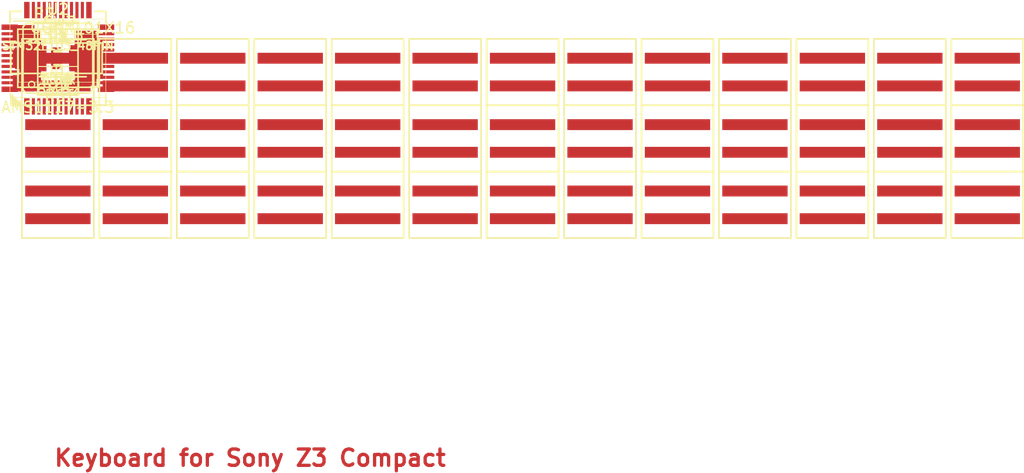
<source format=kicad_pcb>
(kicad_pcb (version 3) (host pcbnew "(22-Jun-2014 BZR 4027)-stable")

  (general
    (links 36)
    (no_connects 25)
    (area 0 0 0 0)
    (thickness 1.6)
    (drawings 1)
    (tracks 0)
    (zones 0)
    (modules 15)
    (nets 25)
  )

  (page A3)
  (layers
    (15 F.Cu signal)
    (0 B.Cu signal)
    (16 B.Adhes user)
    (17 F.Adhes user)
    (18 B.Paste user)
    (19 F.Paste user)
    (20 B.SilkS user)
    (21 F.SilkS user)
    (22 B.Mask user)
    (23 F.Mask user)
    (24 Dwgs.User user)
    (25 Cmts.User user)
    (26 Eco1.User user)
    (27 Eco2.User user)
    (28 Edge.Cuts user)
  )

  (setup
    (last_trace_width 0.18)
    (trace_clearance 0.18)
    (zone_clearance 0.18)
    (zone_45_only no)
    (trace_min 0.18)
    (segment_width 0.2)
    (edge_width 0.15)
    (via_size 0.6)
    (via_drill 0.4)
    (via_min_size 0.6)
    (via_min_drill 0.4)
    (uvia_size 0.6)
    (uvia_drill 0.4)
    (uvias_allowed no)
    (uvia_min_size 0.6)
    (uvia_min_drill 0.4)
    (pcb_text_width 0.3)
    (pcb_text_size 1.5 1.5)
    (mod_edge_width 0.15)
    (mod_text_size 1.5 1.5)
    (mod_text_width 0.15)
    (pad_size 2 1)
    (pad_drill 0)
    (pad_to_mask_clearance 0.2)
    (aux_axis_origin 0 0)
    (visible_elements FFFFFFBF)
    (pcbplotparams
      (layerselection 536838145)
      (usegerberextensions true)
      (excludeedgelayer true)
      (linewidth 0.100000)
      (plotframeref false)
      (viasonmask false)
      (mode 1)
      (useauxorigin false)
      (hpglpennumber 1)
      (hpglpenspeed 20)
      (hpglpendiameter 15)
      (hpglpenoverlay 2)
      (psnegative false)
      (psa4output false)
      (plotreference true)
      (plotvalue true)
      (plotothertext true)
      (plotinvisibletext false)
      (padsonsilk false)
      (subtractmaskfromsilk false)
      (outputformat 1)
      (mirror false)
      (drillshape 0)
      (scaleselection 1)
      (outputdirectory gerber_20180503))
  )

  (net 0 "")
  (net 1 +3V3)
  (net 2 +5V)
  (net 3 C1)
  (net 4 C10)
  (net 5 C11)
  (net 6 C12)
  (net 7 C13)
  (net 8 C2)
  (net 9 C3)
  (net 10 C4)
  (net 11 C5)
  (net 12 C6)
  (net 13 C7)
  (net 14 C8)
  (net 15 C9)
  (net 16 GND)
  (net 17 R1)
  (net 18 R2)
  (net 19 R3)
  (net 20 RST)
  (net 21 SWCLK)
  (net 22 USB_DP)
  (net 23 X1)
  (net 24 X2)

  (net_class Default "This is the default net class."
    (clearance 0.18)
    (trace_width 0.18)
    (via_dia 0.6)
    (via_drill 0.4)
    (uvia_dia 0.6)
    (uvia_drill 0.4)
    (add_net "")
    (add_net +3V3)
    (add_net +5V)
    (add_net C1)
    (add_net C10)
    (add_net C11)
    (add_net C12)
    (add_net C13)
    (add_net C2)
    (add_net C3)
    (add_net C4)
    (add_net C5)
    (add_net C6)
    (add_net C7)
    (add_net C8)
    (add_net C9)
    (add_net GND)
    (add_net R1)
    (add_net R2)
    (add_net R3)
    (add_net RST)
    (add_net SWCLK)
    (add_net USB_DP)
    (add_net X1)
    (add_net X2)
  )

  (module MyFT_USB_Mini_B_PIN_ONLY (layer F.Cu) (tedit 5A3775E9) (tstamp 5B338066)
    (at 309.372 240.792)
    (descr "USB Mini-B 5-pin SMD connector")
    (tags "USB USB_B USB_Mini connector")
    (path /5A24FF7B)
    (attr smd)
    (fp_text reference J1 (at 0.254 2.286) (layer F.SilkS)
      (effects (font (size 1 1) (thickness 0.15)))
    )
    (fp_text value USB_B (at 0 -2.159) (layer F.SilkS)
      (effects (font (size 1 1) (thickness 0.15)))
    )
    (fp_line (start -4.318 -1.397) (end 4.064 -1.397) (layer F.SilkS) (width 0.15))
    (fp_line (start 4.064 -1.397) (end 4.064 1.397) (layer F.SilkS) (width 0.15))
    (fp_line (start 4.064 1.397) (end -4.318 1.397) (layer F.SilkS) (width 0.15))
    (fp_line (start -4.318 1.397) (end -4.318 -1.397) (layer F.SilkS) (width 0.15))
    (pad 1 smd rect (at -3.429 0 90) (size 2 1)
      (layers F.Cu F.Paste F.Mask)
      (net 2 +5V)
    )
    (pad 2 smd rect (at -1.778 0 90) (size 2 1)
      (layers F.Cu F.Paste F.Mask)
    )
    (pad 3 smd rect (at -0.127 0 90) (size 2 1)
      (layers F.Cu F.Paste F.Mask)
      (net 22 USB_DP)
    )
    (pad 4 smd rect (at 1.524 0 90) (size 2 1)
      (layers F.Cu F.Paste F.Mask)
      (net 16 GND)
    )
    (pad 5 smd rect (at 3.175 0 90) (size 2 1)
      (layers F.Cu F.Paste F.Mask)
      (net 16 GND)
    )
  )

  (module MyFT_SOT-223 (layer F.Cu) (tedit 583F3B4E) (tstamp 5B33807A)
    (at 309.372 240.792)
    (descr "module CMS SOT223 4 pins")
    (tags "CMS SOT")
    (path /5A25AF73)
    (attr smd)
    (fp_text reference U2 (at 0 -4.5) (layer F.SilkS)
      (effects (font (size 1 1) (thickness 0.15)))
    )
    (fp_text value AMS1117-3.3 (at 0 4.5) (layer F.SilkS)
      (effects (font (size 1 1) (thickness 0.15)))
    )
    (fp_line (start 1.91 3.41) (end 1.91 2.15) (layer F.SilkS) (width 0.12))
    (fp_line (start 1.91 -3.41) (end 1.91 -2.15) (layer F.SilkS) (width 0.12))
    (fp_line (start 4.4 -3.6) (end -4.4 -3.6) (layer F.SilkS) (width 0.05))
    (fp_line (start 4.4 3.6) (end 4.4 -3.6) (layer F.SilkS) (width 0.05))
    (fp_line (start -4.4 3.6) (end 4.4 3.6) (layer F.SilkS) (width 0.05))
    (fp_line (start -4.4 -3.6) (end -4.4 3.6) (layer F.SilkS) (width 0.05))
    (fp_line (start -1.85 -3.35) (end -1.85 3.35) (layer F.SilkS) (width 0.15))
    (fp_line (start -1.85 3.41) (end 1.91 3.41) (layer F.SilkS) (width 0.12))
    (fp_line (start -1.85 -3.35) (end 1.85 -3.35) (layer F.SilkS) (width 0.15))
    (fp_line (start -4.1 -3.41) (end 1.91 -3.41) (layer F.SilkS) (width 0.12))
    (fp_line (start -1.85 3.35) (end 1.85 3.35) (layer F.SilkS) (width 0.15))
    (fp_line (start 1.85 -3.35) (end 1.85 3.35) (layer F.SilkS) (width 0.15))
    (pad 4 smd rect (at 3.15 0) (size 2 3.8)
      (layers F.Cu F.Paste F.Mask)
    )
    (pad 2 smd rect (at -3.15 0) (size 2 1.5)
      (layers F.Cu F.Paste F.Mask)
      (net 1 +3V3)
    )
    (pad 3 smd rect (at -3.15 2.3) (size 2 1.5)
      (layers F.Cu F.Paste F.Mask)
      (net 2 +5V)
    )
    (pad 1 smd rect (at -3.15 -2.3) (size 2 1.5)
      (layers F.Cu F.Paste F.Mask)
      (net 16 GND)
    )
    (model TO_SOT_Packages_SMD.3dshapes/SOT-223.wrl
      (at (xyz 0 0 0))
      (scale (xyz 0.4 0.4 0.4))
      (rotate (xyz 0 0 90))
    )
  )

  (module MyFT_R_0603 (layer F.Cu) (tedit 541A9B4D) (tstamp 5B338086)
    (at 309.372 240.792)
    (descr "C 0603 Hand Soldering")
    (tags 0603)
    (path /5A24FAC4)
    (attr smd)
    (fp_text reference R1 (at 0 -1.9) (layer F.SilkS)
      (effects (font (size 1 1) (thickness 0.15)))
    )
    (fp_text value 10K (at 0 1.9) (layer F.SilkS)
      (effects (font (size 1 1) (thickness 0.15)))
    )
    (fp_line (start -1.85 -0.75) (end 1.85 -0.75) (layer F.SilkS) (width 0.05))
    (fp_line (start -1.85 0.75) (end 1.85 0.75) (layer F.SilkS) (width 0.05))
    (fp_line (start -1.85 -0.75) (end -1.85 0.75) (layer F.SilkS) (width 0.05))
    (fp_line (start 1.85 -0.75) (end 1.85 0.75) (layer F.SilkS) (width 0.05))
    (fp_line (start -0.35 -0.6) (end 0.35 -0.6) (layer F.SilkS) (width 0.15))
    (fp_line (start 0.35 0.6) (end -0.35 0.6) (layer F.SilkS) (width 0.15))
    (pad 1 smd rect (at -0.95 0) (size 1.2 0.75)
      (layers F.Cu F.Paste F.Mask)
      (net 1 +3V3)
    )
    (pad 2 smd rect (at 0.95 0) (size 1.2 0.75)
      (layers F.Cu F.Paste F.Mask)
      (net 20 RST)
    )
    (model Capacitors_SMD.3dshapes/C_0603_HandSoldering.wrl
      (at (xyz 0 0 0))
      (scale (xyz 1 1 1))
      (rotate (xyz 0 0 0))
    )
  )

  (module MyFT_R_0603 (layer F.Cu) (tedit 541A9B4D) (tstamp 5B338092)
    (at 309.372 240.792)
    (descr "C 0603 Hand Soldering")
    (tags 0603)
    (path /5A3A2831)
    (attr smd)
    (fp_text reference R2 (at 0 -1.9) (layer F.SilkS)
      (effects (font (size 1 1) (thickness 0.15)))
    )
    (fp_text value 1.5K (at 0 1.9) (layer F.SilkS)
      (effects (font (size 1 1) (thickness 0.15)))
    )
    (fp_line (start -1.85 -0.75) (end 1.85 -0.75) (layer F.SilkS) (width 0.05))
    (fp_line (start -1.85 0.75) (end 1.85 0.75) (layer F.SilkS) (width 0.05))
    (fp_line (start -1.85 -0.75) (end -1.85 0.75) (layer F.SilkS) (width 0.05))
    (fp_line (start 1.85 -0.75) (end 1.85 0.75) (layer F.SilkS) (width 0.05))
    (fp_line (start -0.35 -0.6) (end 0.35 -0.6) (layer F.SilkS) (width 0.15))
    (fp_line (start 0.35 0.6) (end -0.35 0.6) (layer F.SilkS) (width 0.15))
    (pad 1 smd rect (at -0.95 0) (size 1.2 0.75)
      (layers F.Cu F.Paste F.Mask)
      (net 2 +5V)
    )
    (pad 2 smd rect (at 0.95 0) (size 1.2 0.75)
      (layers F.Cu F.Paste F.Mask)
      (net 22 USB_DP)
    )
    (model Capacitors_SMD.3dshapes/C_0603_HandSoldering.wrl
      (at (xyz 0 0 0))
      (scale (xyz 1 1 1))
      (rotate (xyz 0 0 0))
    )
  )

  (module MyFT_N900_Keyboard (layer F.Cu) (tedit 5B22448E) (tstamp 5B338180)
    (at 309.372 240.792)
    (descr "N900 Keyboard")
    (tags "N900 Keyboard")
    (path /5B337D72)
    (fp_text reference P2 (at -1.27 -4.064) (layer F.SilkS)
      (effects (font (size 1 1) (thickness 0.15)))
    )
    (fp_text value CONN_01X16 (at 2.286 -2.794) (layer F.SilkS)
      (effects (font (size 1 1) (thickness 0.15)))
    )
    (fp_line (start -3.302 4.318) (end -3.302 10.414) (layer F.SilkS) (width 0.15))
    (fp_line (start 3.302 4.318) (end 3.302 10.414) (layer F.SilkS) (width 0.15))
    (fp_line (start -3.302 4.318) (end 3.302 4.318) (layer F.SilkS) (width 0.15))
    (fp_line (start -3.302 10.414) (end 3.302 10.414) (layer F.SilkS) (width 0.15))
    (fp_line (start 3.81 10.414) (end 10.414 10.414) (layer F.SilkS) (width 0.15))
    (fp_line (start 3.81 4.318) (end 10.414 4.318) (layer F.SilkS) (width 0.15))
    (fp_line (start 10.414 4.318) (end 10.414 10.414) (layer F.SilkS) (width 0.15))
    (fp_line (start 3.81 4.318) (end 3.81 10.414) (layer F.SilkS) (width 0.15))
    (fp_line (start 18.034 4.318) (end 18.034 10.414) (layer F.SilkS) (width 0.15))
    (fp_line (start 24.638 4.318) (end 24.638 10.414) (layer F.SilkS) (width 0.15))
    (fp_line (start 18.034 4.318) (end 24.638 4.318) (layer F.SilkS) (width 0.15))
    (fp_line (start 18.034 10.414) (end 24.638 10.414) (layer F.SilkS) (width 0.15))
    (fp_line (start 10.922 10.414) (end 17.526 10.414) (layer F.SilkS) (width 0.15))
    (fp_line (start 10.922 4.318) (end 17.526 4.318) (layer F.SilkS) (width 0.15))
    (fp_line (start 17.526 4.318) (end 17.526 10.414) (layer F.SilkS) (width 0.15))
    (fp_line (start 10.922 4.318) (end 10.922 10.414) (layer F.SilkS) (width 0.15))
    (fp_line (start 39.37 4.318) (end 39.37 10.414) (layer F.SilkS) (width 0.15))
    (fp_line (start 45.974 4.318) (end 45.974 10.414) (layer F.SilkS) (width 0.15))
    (fp_line (start 39.37 4.318) (end 45.974 4.318) (layer F.SilkS) (width 0.15))
    (fp_line (start 39.37 10.414) (end 45.974 10.414) (layer F.SilkS) (width 0.15))
    (fp_line (start 46.482 10.414) (end 53.086 10.414) (layer F.SilkS) (width 0.15))
    (fp_line (start 46.482 4.318) (end 53.086 4.318) (layer F.SilkS) (width 0.15))
    (fp_line (start 53.086 4.318) (end 53.086 10.414) (layer F.SilkS) (width 0.15))
    (fp_line (start 46.482 4.318) (end 46.482 10.414) (layer F.SilkS) (width 0.15))
    (fp_line (start 32.258 4.318) (end 32.258 10.414) (layer F.SilkS) (width 0.15))
    (fp_line (start 38.862 4.318) (end 38.862 10.414) (layer F.SilkS) (width 0.15))
    (fp_line (start 32.258 4.318) (end 38.862 4.318) (layer F.SilkS) (width 0.15))
    (fp_line (start 32.258 10.414) (end 38.862 10.414) (layer F.SilkS) (width 0.15))
    (fp_line (start 25.146 10.414) (end 31.75 10.414) (layer F.SilkS) (width 0.15))
    (fp_line (start 25.146 4.318) (end 31.75 4.318) (layer F.SilkS) (width 0.15))
    (fp_line (start 31.75 4.318) (end 31.75 10.414) (layer F.SilkS) (width 0.15))
    (fp_line (start 25.146 4.318) (end 25.146 10.414) (layer F.SilkS) (width 0.15))
    (fp_line (start 60.706 4.318) (end 60.706 10.414) (layer F.SilkS) (width 0.15))
    (fp_line (start 67.31 4.318) (end 67.31 10.414) (layer F.SilkS) (width 0.15))
    (fp_line (start 60.706 4.318) (end 67.31 4.318) (layer F.SilkS) (width 0.15))
    (fp_line (start 60.706 10.414) (end 67.31 10.414) (layer F.SilkS) (width 0.15))
    (fp_line (start 67.818 10.414) (end 74.422 10.414) (layer F.SilkS) (width 0.15))
    (fp_line (start 67.818 4.318) (end 74.422 4.318) (layer F.SilkS) (width 0.15))
    (fp_line (start 74.422 4.318) (end 74.422 10.414) (layer F.SilkS) (width 0.15))
    (fp_line (start 67.818 4.318) (end 67.818 10.414) (layer F.SilkS) (width 0.15))
    (fp_line (start 82.042 4.318) (end 82.042 10.414) (layer F.SilkS) (width 0.15))
    (fp_line (start 88.646 4.318) (end 88.646 10.414) (layer F.SilkS) (width 0.15))
    (fp_line (start 82.042 4.318) (end 88.646 4.318) (layer F.SilkS) (width 0.15))
    (fp_line (start 82.042 10.414) (end 88.646 10.414) (layer F.SilkS) (width 0.15))
    (fp_line (start 74.93 10.414) (end 81.534 10.414) (layer F.SilkS) (width 0.15))
    (fp_line (start 74.93 4.318) (end 81.534 4.318) (layer F.SilkS) (width 0.15))
    (fp_line (start 81.534 4.318) (end 81.534 10.414) (layer F.SilkS) (width 0.15))
    (fp_line (start 74.93 4.318) (end 74.93 10.414) (layer F.SilkS) (width 0.15))
    (fp_line (start 53.594 10.414) (end 60.198 10.414) (layer F.SilkS) (width 0.15))
    (fp_line (start 53.594 4.318) (end 60.198 4.318) (layer F.SilkS) (width 0.15))
    (fp_line (start 60.198 4.318) (end 60.198 10.414) (layer F.SilkS) (width 0.15))
    (fp_line (start 53.594 4.318) (end 53.594 10.414) (layer F.SilkS) (width 0.15))
    (fp_line (start -3.302 10.414) (end -3.302 16.51) (layer F.SilkS) (width 0.15))
    (fp_line (start 3.302 10.414) (end 3.302 16.51) (layer F.SilkS) (width 0.15))
    (fp_line (start -3.302 10.414) (end 3.302 10.414) (layer F.SilkS) (width 0.15))
    (fp_line (start -3.302 16.51) (end 3.302 16.51) (layer F.SilkS) (width 0.15))
    (fp_line (start 3.81 16.51) (end 10.414 16.51) (layer F.SilkS) (width 0.15))
    (fp_line (start 3.81 10.414) (end 10.414 10.414) (layer F.SilkS) (width 0.15))
    (fp_line (start 10.414 10.414) (end 10.414 16.51) (layer F.SilkS) (width 0.15))
    (fp_line (start 3.81 10.414) (end 3.81 16.51) (layer F.SilkS) (width 0.15))
    (fp_line (start 18.034 10.414) (end 18.034 16.51) (layer F.SilkS) (width 0.15))
    (fp_line (start 24.638 10.414) (end 24.638 16.51) (layer F.SilkS) (width 0.15))
    (fp_line (start 18.034 10.414) (end 24.638 10.414) (layer F.SilkS) (width 0.15))
    (fp_line (start 18.034 16.51) (end 24.638 16.51) (layer F.SilkS) (width 0.15))
    (fp_line (start 10.922 16.51) (end 17.526 16.51) (layer F.SilkS) (width 0.15))
    (fp_line (start 10.922 10.414) (end 17.526 10.414) (layer F.SilkS) (width 0.15))
    (fp_line (start 17.526 10.414) (end 17.526 16.51) (layer F.SilkS) (width 0.15))
    (fp_line (start 10.922 10.414) (end 10.922 16.51) (layer F.SilkS) (width 0.15))
    (fp_line (start 39.37 10.414) (end 39.37 16.51) (layer F.SilkS) (width 0.15))
    (fp_line (start 45.974 10.414) (end 45.974 16.51) (layer F.SilkS) (width 0.15))
    (fp_line (start 39.37 10.414) (end 45.974 10.414) (layer F.SilkS) (width 0.15))
    (fp_line (start 39.37 16.51) (end 45.974 16.51) (layer F.SilkS) (width 0.15))
    (fp_line (start 46.482 16.51) (end 53.086 16.51) (layer F.SilkS) (width 0.15))
    (fp_line (start 46.482 10.414) (end 53.086 10.414) (layer F.SilkS) (width 0.15))
    (fp_line (start 53.086 10.414) (end 53.086 16.51) (layer F.SilkS) (width 0.15))
    (fp_line (start 46.482 10.414) (end 46.482 16.51) (layer F.SilkS) (width 0.15))
    (fp_line (start 32.258 10.414) (end 32.258 16.51) (layer F.SilkS) (width 0.15))
    (fp_line (start 38.862 10.414) (end 38.862 16.51) (layer F.SilkS) (width 0.15))
    (fp_line (start 32.258 10.414) (end 38.862 10.414) (layer F.SilkS) (width 0.15))
    (fp_line (start 32.258 16.51) (end 38.862 16.51) (layer F.SilkS) (width 0.15))
    (fp_line (start 25.146 16.51) (end 31.75 16.51) (layer F.SilkS) (width 0.15))
    (fp_line (start 25.146 10.414) (end 31.75 10.414) (layer F.SilkS) (width 0.15))
    (fp_line (start 31.75 10.414) (end 31.75 16.51) (layer F.SilkS) (width 0.15))
    (fp_line (start 25.146 10.414) (end 25.146 16.51) (layer F.SilkS) (width 0.15))
    (fp_line (start 60.706 10.414) (end 60.706 16.51) (layer F.SilkS) (width 0.15))
    (fp_line (start 67.31 10.414) (end 67.31 16.51) (layer F.SilkS) (width 0.15))
    (fp_line (start 60.706 10.414) (end 67.31 10.414) (layer F.SilkS) (width 0.15))
    (fp_line (start 60.706 16.51) (end 67.31 16.51) (layer F.SilkS) (width 0.15))
    (fp_line (start 67.818 16.51) (end 74.422 16.51) (layer F.SilkS) (width 0.15))
    (fp_line (start 67.818 10.414) (end 74.422 10.414) (layer F.SilkS) (width 0.15))
    (fp_line (start 74.422 10.414) (end 74.422 16.51) (layer F.SilkS) (width 0.15))
    (fp_line (start 67.818 10.414) (end 67.818 16.51) (layer F.SilkS) (width 0.15))
    (fp_line (start 82.042 10.414) (end 82.042 16.51) (layer F.SilkS) (width 0.15))
    (fp_line (start 88.646 10.414) (end 88.646 16.51) (layer F.SilkS) (width 0.15))
    (fp_line (start 82.042 10.414) (end 88.646 10.414) (layer F.SilkS) (width 0.15))
    (fp_line (start 82.042 16.51) (end 88.646 16.51) (layer F.SilkS) (width 0.15))
    (fp_line (start 74.93 16.51) (end 81.534 16.51) (layer F.SilkS) (width 0.15))
    (fp_line (start 74.93 10.414) (end 81.534 10.414) (layer F.SilkS) (width 0.15))
    (fp_line (start 81.534 10.414) (end 81.534 16.51) (layer F.SilkS) (width 0.15))
    (fp_line (start 74.93 10.414) (end 74.93 16.51) (layer F.SilkS) (width 0.15))
    (fp_line (start 53.594 16.51) (end 60.198 16.51) (layer F.SilkS) (width 0.15))
    (fp_line (start 53.594 10.414) (end 60.198 10.414) (layer F.SilkS) (width 0.15))
    (fp_line (start 60.198 10.414) (end 60.198 16.51) (layer F.SilkS) (width 0.15))
    (fp_line (start 53.594 10.414) (end 53.594 16.51) (layer F.SilkS) (width 0.15))
    (fp_line (start 53.594 -1.778) (end 53.594 4.318) (layer F.SilkS) (width 0.15))
    (fp_line (start 60.198 -1.778) (end 60.198 4.318) (layer F.SilkS) (width 0.15))
    (fp_line (start 53.594 -1.778) (end 60.198 -1.778) (layer F.SilkS) (width 0.15))
    (fp_line (start 53.594 4.318) (end 60.198 4.318) (layer F.SilkS) (width 0.15))
    (fp_line (start 74.93 -1.778) (end 74.93 4.318) (layer F.SilkS) (width 0.15))
    (fp_line (start 81.534 -1.778) (end 81.534 4.318) (layer F.SilkS) (width 0.15))
    (fp_line (start 74.93 -1.778) (end 81.534 -1.778) (layer F.SilkS) (width 0.15))
    (fp_line (start 74.93 4.318) (end 81.534 4.318) (layer F.SilkS) (width 0.15))
    (fp_line (start 82.042 4.318) (end 88.646 4.318) (layer F.SilkS) (width 0.15))
    (fp_line (start 82.042 -1.778) (end 88.646 -1.778) (layer F.SilkS) (width 0.15))
    (fp_line (start 88.646 -1.778) (end 88.646 4.318) (layer F.SilkS) (width 0.15))
    (fp_line (start 82.042 -1.778) (end 82.042 4.318) (layer F.SilkS) (width 0.15))
    (fp_line (start 67.818 -1.778) (end 67.818 4.318) (layer F.SilkS) (width 0.15))
    (fp_line (start 74.422 -1.778) (end 74.422 4.318) (layer F.SilkS) (width 0.15))
    (fp_line (start 67.818 -1.778) (end 74.422 -1.778) (layer F.SilkS) (width 0.15))
    (fp_line (start 67.818 4.318) (end 74.422 4.318) (layer F.SilkS) (width 0.15))
    (fp_line (start 60.706 4.318) (end 67.31 4.318) (layer F.SilkS) (width 0.15))
    (fp_line (start 60.706 -1.778) (end 67.31 -1.778) (layer F.SilkS) (width 0.15))
    (fp_line (start 67.31 -1.778) (end 67.31 4.318) (layer F.SilkS) (width 0.15))
    (fp_line (start 60.706 -1.778) (end 60.706 4.318) (layer F.SilkS) (width 0.15))
    (fp_line (start 25.146 -1.778) (end 25.146 4.318) (layer F.SilkS) (width 0.15))
    (fp_line (start 31.75 -1.778) (end 31.75 4.318) (layer F.SilkS) (width 0.15))
    (fp_line (start 25.146 -1.778) (end 31.75 -1.778) (layer F.SilkS) (width 0.15))
    (fp_line (start 25.146 4.318) (end 31.75 4.318) (layer F.SilkS) (width 0.15))
    (fp_line (start 32.258 4.318) (end 38.862 4.318) (layer F.SilkS) (width 0.15))
    (fp_line (start 32.258 -1.778) (end 38.862 -1.778) (layer F.SilkS) (width 0.15))
    (fp_line (start 38.862 -1.778) (end 38.862 4.318) (layer F.SilkS) (width 0.15))
    (fp_line (start 32.258 -1.778) (end 32.258 4.318) (layer F.SilkS) (width 0.15))
    (fp_line (start 46.482 -1.778) (end 46.482 4.318) (layer F.SilkS) (width 0.15))
    (fp_line (start 53.086 -1.778) (end 53.086 4.318) (layer F.SilkS) (width 0.15))
    (fp_line (start 46.482 -1.778) (end 53.086 -1.778) (layer F.SilkS) (width 0.15))
    (fp_line (start 46.482 4.318) (end 53.086 4.318) (layer F.SilkS) (width 0.15))
    (fp_line (start 39.37 4.318) (end 45.974 4.318) (layer F.SilkS) (width 0.15))
    (fp_line (start 39.37 -1.778) (end 45.974 -1.778) (layer F.SilkS) (width 0.15))
    (fp_line (start 45.974 -1.778) (end 45.974 4.318) (layer F.SilkS) (width 0.15))
    (fp_line (start 39.37 -1.778) (end 39.37 4.318) (layer F.SilkS) (width 0.15))
    (fp_line (start 10.922 -1.778) (end 10.922 4.318) (layer F.SilkS) (width 0.15))
    (fp_line (start 17.526 -1.778) (end 17.526 4.318) (layer F.SilkS) (width 0.15))
    (fp_line (start 10.922 -1.778) (end 17.526 -1.778) (layer F.SilkS) (width 0.15))
    (fp_line (start 10.922 4.318) (end 17.526 4.318) (layer F.SilkS) (width 0.15))
    (fp_line (start 18.034 4.318) (end 24.638 4.318) (layer F.SilkS) (width 0.15))
    (fp_line (start 18.034 -1.778) (end 24.638 -1.778) (layer F.SilkS) (width 0.15))
    (fp_line (start 24.638 -1.778) (end 24.638 4.318) (layer F.SilkS) (width 0.15))
    (fp_line (start 18.034 -1.778) (end 18.034 4.318) (layer F.SilkS) (width 0.15))
    (fp_line (start 3.81 -1.778) (end 3.81 4.318) (layer F.SilkS) (width 0.15))
    (fp_line (start 10.414 -1.778) (end 10.414 4.318) (layer F.SilkS) (width 0.15))
    (fp_line (start 3.81 -1.778) (end 10.414 -1.778) (layer F.SilkS) (width 0.15))
    (fp_line (start 3.81 4.318) (end 10.414 4.318) (layer F.SilkS) (width 0.15))
    (fp_line (start -3.302 4.318) (end 3.302 4.318) (layer F.SilkS) (width 0.15))
    (fp_line (start -3.302 -1.778) (end 3.302 -1.778) (layer F.SilkS) (width 0.15))
    (fp_line (start 3.302 -1.778) (end 3.302 4.318) (layer F.SilkS) (width 0.15))
    (fp_line (start -3.302 -1.778) (end -3.302 4.318) (layer F.SilkS) (width 0.15))
    (pad C1 smd rect (at 0 6.096) (size 6 1)
      (layers F.Cu F.Paste F.Mask)
    )
    (pad R2 smd rect (at 0 8.636) (size 6 1)
      (layers F.Cu F.Paste F.Mask)
    )
    (pad R2 smd rect (at 7.112 8.636) (size 6 1)
      (layers F.Cu F.Paste F.Mask)
    )
    (pad C2 smd rect (at 7.112 6.096) (size 6 1)
      (layers F.Cu F.Paste F.Mask)
    )
    (pad C4 smd rect (at 21.336 6.096) (size 6 1)
      (layers F.Cu F.Paste F.Mask)
    )
    (pad R2 smd rect (at 21.336 8.636) (size 6 1)
      (layers F.Cu F.Paste F.Mask)
    )
    (pad R2 smd rect (at 14.224 8.636) (size 6 1)
      (layers F.Cu F.Paste F.Mask)
    )
    (pad C3 smd rect (at 14.224 6.096) (size 6 1)
      (layers F.Cu F.Paste F.Mask)
    )
    (pad C7 smd rect (at 42.672 6.096) (size 6 1)
      (layers F.Cu F.Paste F.Mask)
    )
    (pad R2 smd rect (at 42.672 8.636) (size 6 1)
      (layers F.Cu F.Paste F.Mask)
    )
    (pad R2 smd rect (at 49.784 8.636) (size 6 1)
      (layers F.Cu F.Paste F.Mask)
    )
    (pad C8 smd rect (at 49.784 6.096) (size 6 1)
      (layers F.Cu F.Paste F.Mask)
    )
    (pad C6 smd rect (at 35.56 6.096) (size 6 1)
      (layers F.Cu F.Paste F.Mask)
    )
    (pad R2 smd rect (at 35.56 8.636) (size 6 1)
      (layers F.Cu F.Paste F.Mask)
    )
    (pad R2 smd rect (at 28.448 8.636) (size 6 1)
      (layers F.Cu F.Paste F.Mask)
    )
    (pad C5 smd rect (at 28.448 6.096) (size 6 1)
      (layers F.Cu F.Paste F.Mask)
    )
    (pad C10 smd rect (at 64.008 6.096) (size 6 1)
      (layers F.Cu F.Paste F.Mask)
    )
    (pad R2 smd rect (at 64.008 8.636) (size 6 1)
      (layers F.Cu F.Paste F.Mask)
    )
    (pad R2 smd rect (at 71.12 8.636) (size 6 1)
      (layers F.Cu F.Paste F.Mask)
    )
    (pad C11 smd rect (at 71.12 6.096) (size 6 1)
      (layers F.Cu F.Paste F.Mask)
    )
    (pad C13 smd rect (at 85.344 6.096) (size 6 1)
      (layers F.Cu F.Paste F.Mask)
    )
    (pad R2 smd rect (at 85.344 8.636) (size 6 1)
      (layers F.Cu F.Paste F.Mask)
    )
    (pad R2 smd rect (at 78.232 8.636) (size 6 1)
      (layers F.Cu F.Paste F.Mask)
    )
    (pad C12 smd rect (at 78.232 6.096) (size 6 1)
      (layers F.Cu F.Paste F.Mask)
    )
    (pad R2 smd rect (at 56.896 8.636) (size 6 1)
      (layers F.Cu F.Paste F.Mask)
    )
    (pad C9 smd rect (at 56.896 6.096) (size 6 1)
      (layers F.Cu F.Paste F.Mask)
    )
    (pad C1 smd rect (at 0 12.192) (size 6 1)
      (layers F.Cu F.Paste F.Mask)
    )
    (pad R3 smd rect (at 0 14.732) (size 6 1)
      (layers F.Cu F.Paste F.Mask)
    )
    (pad R3 smd rect (at 7.112 14.732) (size 6 1)
      (layers F.Cu F.Paste F.Mask)
    )
    (pad C2 smd rect (at 7.112 12.192) (size 6 1)
      (layers F.Cu F.Paste F.Mask)
    )
    (pad C4 smd rect (at 21.336 12.192) (size 6 1)
      (layers F.Cu F.Paste F.Mask)
    )
    (pad R3 smd rect (at 21.336 14.732) (size 6 1)
      (layers F.Cu F.Paste F.Mask)
    )
    (pad R3 smd rect (at 14.224 14.732) (size 6 1)
      (layers F.Cu F.Paste F.Mask)
    )
    (pad C3 smd rect (at 14.224 12.192) (size 6 1)
      (layers F.Cu F.Paste F.Mask)
    )
    (pad C7 smd rect (at 42.672 12.192) (size 6 1)
      (layers F.Cu F.Paste F.Mask)
    )
    (pad R3 smd rect (at 42.672 14.732) (size 6 1)
      (layers F.Cu F.Paste F.Mask)
    )
    (pad R3 smd rect (at 71.12 14.732) (size 6 1)
      (layers F.Cu F.Paste F.Mask)
    )
    (pad C8 smd rect (at 49.784 12.192) (size 6 1)
      (layers F.Cu F.Paste F.Mask)
    )
    (pad C6 smd rect (at 35.56 12.192) (size 6 1)
      (layers F.Cu F.Paste F.Mask)
    )
    (pad R3 smd rect (at 35.56 14.732) (size 6 1)
      (layers F.Cu F.Paste F.Mask)
    )
    (pad R3 smd rect (at 28.448 14.732) (size 6 1)
      (layers F.Cu F.Paste F.Mask)
    )
    (pad C5 smd rect (at 28.448 12.192) (size 6 1)
      (layers F.Cu F.Paste F.Mask)
    )
    (pad C10 smd rect (at 64.008 12.192) (size 6 1)
      (layers F.Cu F.Paste F.Mask)
    )
    (pad R3 smd rect (at 64.008 14.732) (size 6 1)
      (layers F.Cu F.Paste F.Mask)
    )
    (pad R3 smd rect (at 78.232 14.732) (size 6 1)
      (layers F.Cu F.Paste F.Mask)
    )
    (pad C11 smd rect (at 71.12 12.192) (size 6 1)
      (layers F.Cu F.Paste F.Mask)
    )
    (pad C13 smd rect (at 85.344 12.192) (size 6 1)
      (layers F.Cu F.Paste F.Mask)
    )
    (pad R3 smd rect (at 49.784 14.732) (size 6 1)
      (layers F.Cu F.Paste F.Mask)
    )
    (pad R3 smd rect (at 85.344 14.732) (size 6 1)
      (layers F.Cu F.Paste F.Mask)
    )
    (pad C12 smd rect (at 78.232 12.192) (size 6 1)
      (layers F.Cu F.Paste F.Mask)
    )
    (pad R3 smd rect (at 56.896 14.732) (size 6 1)
      (layers F.Cu F.Paste F.Mask)
    )
    (pad C9 smd rect (at 56.896 12.192) (size 6 1)
      (layers F.Cu F.Paste F.Mask)
    )
    (pad C9 smd rect (at 56.896 0) (size 6 1)
      (layers F.Cu F.Paste F.Mask)
    )
    (pad R1 smd rect (at 56.896 2.54) (size 6 1)
      (layers F.Cu F.Paste F.Mask)
    )
    (pad C12 smd rect (at 78.232 0) (size 6 1)
      (layers F.Cu F.Paste F.Mask)
    )
    (pad R1 smd rect (at 78.232 2.54) (size 6 1)
      (layers F.Cu F.Paste F.Mask)
    )
    (pad R1 smd rect (at 85.344 2.54) (size 6 1)
      (layers F.Cu F.Paste F.Mask)
    )
    (pad C13 smd rect (at 85.344 0) (size 6 1)
      (layers F.Cu F.Paste F.Mask)
    )
    (pad C11 smd rect (at 71.12 0) (size 6 1)
      (layers F.Cu F.Paste F.Mask)
    )
    (pad R1 smd rect (at 71.12 2.54) (size 6 1)
      (layers F.Cu F.Paste F.Mask)
    )
    (pad R1 smd rect (at 64.008 2.54) (size 6 1)
      (layers F.Cu F.Paste F.Mask)
    )
    (pad C10 smd rect (at 64.008 0) (size 6 1)
      (layers F.Cu F.Paste F.Mask)
    )
    (pad C5 smd rect (at 28.448 0) (size 6 1)
      (layers F.Cu F.Paste F.Mask)
    )
    (pad R1 smd rect (at 28.448 2.54) (size 6 1)
      (layers F.Cu F.Paste F.Mask)
    )
    (pad R1 smd rect (at 35.56 2.54) (size 6 1)
      (layers F.Cu F.Paste F.Mask)
    )
    (pad C6 smd rect (at 35.56 0) (size 6 1)
      (layers F.Cu F.Paste F.Mask)
    )
    (pad C8 smd rect (at 49.784 0) (size 6 1)
      (layers F.Cu F.Paste F.Mask)
    )
    (pad R1 smd rect (at 49.784 2.54) (size 6 1)
      (layers F.Cu F.Paste F.Mask)
    )
    (pad R1 smd rect (at 42.672 2.54) (size 6 1)
      (layers F.Cu F.Paste F.Mask)
    )
    (pad C7 smd rect (at 42.672 0) (size 6 1)
      (layers F.Cu F.Paste F.Mask)
    )
    (pad C3 smd rect (at 14.224 0) (size 6 1)
      (layers F.Cu F.Paste F.Mask)
    )
    (pad R1 smd rect (at 14.224 2.54) (size 6 1)
      (layers F.Cu F.Paste F.Mask)
    )
    (pad R1 smd rect (at 21.336 2.54) (size 6 1)
      (layers F.Cu F.Paste F.Mask)
    )
    (pad C4 smd rect (at 21.336 0) (size 6 1)
      (layers F.Cu F.Paste F.Mask)
    )
    (pad C2 smd rect (at 7.112 0) (size 6 1)
      (layers F.Cu F.Paste F.Mask)
    )
    (pad R1 smd rect (at 7.112 2.54) (size 6 1)
      (layers F.Cu F.Paste F.Mask)
    )
    (pad R1 smd rect (at 0 2.54) (size 6 1)
      (layers F.Cu F.Paste F.Mask)
    )
    (pad C1 smd rect (at 0 0) (size 6 1)
      (layers F.Cu F.Paste F.Mask)
    )
  )

  (module MyFT_LQFP-48-1EP_7x7mm_Pitch0.5mm (layer F.Cu) (tedit 53AA8928) (tstamp 5B3381CB)
    (at 309.372 240.792)
    (descr "LQFP-48 package, 7x7mm, 0.5mm pitch, according to NXP specifications")
    (path /5A24F5A1)
    (clearance 0.1)
    (attr smd)
    (fp_text reference U1 (at 0 1.143) (layer F.SilkS)
      (effects (font (size 0.7493 0.7493) (thickness 0.14986)))
    )
    (fp_text value STM32F103_48PIN (at 0 -1.143) (layer F.SilkS)
      (effects (font (size 0.7493 0.7493) (thickness 0.14986)))
    )
    (fp_line (start -2.8 3.2) (end -2.9 3.2) (layer F.SilkS) (width 0.15))
    (fp_line (start -2.9 3.2) (end -3.2 2.9) (layer F.SilkS) (width 0.15))
    (fp_line (start -3.2 2.9) (end -3.2 -2.9) (layer F.SilkS) (width 0.15))
    (fp_line (start -3.2 -2.9) (end -2.9 -3.2) (layer F.SilkS) (width 0.15))
    (fp_line (start -2.9 -3.2) (end 2.9 -3.2) (layer F.SilkS) (width 0.15))
    (fp_line (start 2.9 -3.2) (end 3.2 -2.9) (layer F.SilkS) (width 0.15))
    (fp_line (start 3.2 -2.9) (end 3.2 2.9) (layer F.SilkS) (width 0.15))
    (fp_line (start 3.2 2.9) (end 2.9 3.2) (layer F.SilkS) (width 0.15))
    (fp_line (start 2.9 3.2) (end -2.8 3.2) (layer F.SilkS) (width 0.15))
    (fp_line (start -4.29956 4.0989) (end -4.0989 4.29956) (layer F.SilkS) (width 0.14986))
    (fp_line (start -3.90078 4.29956) (end -4.29956 3.90078) (layer F.SilkS) (width 0.14986))
    (fp_line (start -4.29956 3.70012) (end -3.70012 4.29956) (layer F.SilkS) (width 0.14986))
    (fp_line (start -3.49946 4.29956) (end -4.29956 3.49946) (layer F.SilkS) (width 0.14986))
    (fp_line (start -3.2988 4.29956) (end -4.29956 4.29956) (layer F.SilkS) (width 0.14986))
    (fp_line (start -4.29956 4.29956) (end -4.29956 3.2988) (layer F.SilkS) (width 0.14986))
    (fp_line (start -4.29956 3.2988) (end -3.2988 4.29956) (layer F.SilkS) (width 0.14986))
    (fp_line (start 4.39956 3.2988) (end 4.39956 4.29956) (layer F.SilkS) (width 0.14986))
    (fp_line (start 4.39956 4.29956) (end 3.3988 4.29956) (layer F.SilkS) (width 0.14986))
    (fp_line (start 3.3988 -4.29956) (end 4.39956 -4.29956) (layer F.SilkS) (width 0.14986))
    (fp_line (start 4.39956 -4.29956) (end 4.39956 -3.2988) (layer F.SilkS) (width 0.14986))
    (fp_line (start -4.39956 -3.2988) (end -4.39956 -4.29956) (layer F.SilkS) (width 0.14986))
    (fp_line (start -4.39956 -4.29956) (end -3.3988 -4.29956) (layer F.SilkS) (width 0.14986))
    (fp_circle (center -2.413 2.413) (end -2.667 2.54) (layer F.SilkS) (width 0.127))
    (pad 4 smd rect (at -1.25 4.425) (size 0.28 1.5)
      (layers F.Cu F.Paste F.Mask)
    )
    (pad 5 smd rect (at -0.75 4.425) (size 0.28 1.5)
      (layers F.Cu F.Paste F.Mask)
      (net 23 X1)
    )
    (pad 6 smd rect (at -0.25 4.425) (size 0.28 1.5)
      (layers F.Cu F.Paste F.Mask)
      (net 24 X2)
    )
    (pad 7 smd rect (at 0.25 4.425) (size 0.28 1.5)
      (layers F.Cu F.Paste F.Mask)
      (net 20 RST)
    )
    (pad 8 smd rect (at 0.75 4.425) (size 0.28 1.5)
      (layers F.Cu F.Paste F.Mask)
      (net 16 GND)
    )
    (pad 1 smd rect (at -2.85 4.425) (size 0.5 1.5)
      (layers F.Cu F.Paste F.Mask)
    )
    (pad 2 smd rect (at -2.25 4.425) (size 0.28 1.5)
      (layers F.Cu F.Paste F.Mask)
    )
    (pad 3 smd rect (at -1.75 4.425) (size 0.28 1.5)
      (layers F.Cu F.Paste F.Mask)
    )
    (pad 13 smd rect (at 4.425 2.85 90) (size 0.5 1.5)
      (layers F.Cu F.Paste F.Mask)
      (net 10 C4)
    )
    (pad 14 smd rect (at 4.425 2.25 90) (size 0.28 1.5)
      (layers F.Cu F.Paste F.Mask)
      (net 11 C5)
    )
    (pad 15 smd rect (at 4.425 1.75 90) (size 0.28 1.5)
      (layers F.Cu F.Paste F.Mask)
      (net 12 C6)
    )
    (pad 16 smd rect (at 4.425 1.25 90) (size 0.28 1.5)
      (layers F.Cu F.Paste F.Mask)
      (net 13 C7)
    )
    (pad 17 smd rect (at 4.425 0.75 90) (size 0.28 1.5)
      (layers F.Cu F.Paste F.Mask)
      (net 14 C8)
    )
    (pad 18 smd rect (at 4.425 0.25 90) (size 0.28 1.5)
      (layers F.Cu F.Paste F.Mask)
      (net 15 C9)
    )
    (pad 19 smd rect (at 4.425 -0.25 90) (size 0.28 1.5)
      (layers F.Cu F.Paste F.Mask)
      (net 4 C10)
    )
    (pad 20 smd rect (at 4.425 -0.75 90) (size 0.28 1.5)
      (layers F.Cu F.Paste F.Mask)
      (net 5 C11)
    )
    (pad 25 smd rect (at 2.85 -4.425) (size 0.5 1.5)
      (layers F.Cu F.Paste F.Mask)
      (net 17 R1)
    )
    (pad 26 smd rect (at 2.25 -4.425) (size 0.28 1.5)
      (layers F.Cu F.Paste F.Mask)
      (net 18 R2)
    )
    (pad 27 smd rect (at 1.75 -4.425) (size 0.28 1.5)
      (layers F.Cu F.Paste F.Mask)
      (net 19 R3)
    )
    (pad 28 smd rect (at 1.25 -4.425) (size 0.28 1.5)
      (layers F.Cu F.Paste F.Mask)
    )
    (pad 29 smd rect (at 0.75 -4.425) (size 0.28 1.5)
      (layers F.Cu F.Paste F.Mask)
    )
    (pad 30 smd rect (at 0.25 -4.425) (size 0.28 1.5)
      (layers F.Cu F.Paste F.Mask)
    )
    (pad 31 smd rect (at -0.25 -4.425) (size 0.28 1.5)
      (layers F.Cu F.Paste F.Mask)
    )
    (pad 32 smd rect (at -0.75 -4.425) (size 0.28 1.5)
      (layers F.Cu F.Paste F.Mask)
    )
    (pad 37 smd rect (at -4.425 -2.85 90) (size 0.5 1.5)
      (layers F.Cu F.Paste F.Mask)
      (net 21 SWCLK)
    )
    (pad 38 smd rect (at -4.425 -2.25 90) (size 0.28 1.5)
      (layers F.Cu F.Paste F.Mask)
    )
    (pad 39 smd rect (at -4.425 -1.75 90) (size 0.28 1.5)
      (layers F.Cu F.Paste F.Mask)
    )
    (pad 40 smd rect (at -4.425 -1.25 90) (size 0.28 1.5)
      (layers F.Cu F.Paste F.Mask)
    )
    (pad 41 smd rect (at -4.425 -0.75 90) (size 0.28 1.5)
      (layers F.Cu F.Paste F.Mask)
    )
    (pad 42 smd rect (at -4.425 -0.25 90) (size 0.28 1.5)
      (layers F.Cu F.Paste F.Mask)
    )
    (pad 43 smd rect (at -4.425 0.25 90) (size 0.28 1.5)
      (layers F.Cu F.Paste F.Mask)
    )
    (pad 44 smd rect (at -4.425 0.75 90) (size 0.28 1.5)
      (layers F.Cu F.Paste F.Mask)
      (net 16 GND)
    )
    (pad 9 smd rect (at 1.25 4.425) (size 0.28 1.5)
      (layers F.Cu F.Paste F.Mask)
      (net 1 +3V3)
    )
    (pad 10 smd rect (at 1.75 4.425) (size 0.28 1.5)
      (layers F.Cu F.Paste F.Mask)
      (net 3 C1)
    )
    (pad 11 smd rect (at 2.25 4.425) (size 0.28 1.5)
      (layers F.Cu F.Paste F.Mask)
      (net 8 C2)
    )
    (pad 12 smd rect (at 2.85 4.425) (size 0.5 1.5)
      (layers F.Cu F.Paste F.Mask)
      (net 9 C3)
    )
    (pad 21 smd rect (at 4.425 -1.25 90) (size 0.28 1.5)
      (layers F.Cu F.Paste F.Mask)
      (net 6 C12)
    )
    (pad 22 smd rect (at 4.425 -1.75 90) (size 0.28 1.5)
      (layers F.Cu F.Paste F.Mask)
      (net 7 C13)
    )
    (pad 23 smd rect (at 4.425 -2.25 90) (size 0.28 1.5)
      (layers F.Cu F.Paste F.Mask)
      (net 16 GND)
    )
    (pad 24 smd rect (at 4.425 -2.85 90) (size 0.5 1.5)
      (layers F.Cu F.Paste F.Mask)
      (net 1 +3V3)
    )
    (pad 33 smd rect (at -1.25 -4.425) (size 0.28 1.5)
      (layers F.Cu F.Paste F.Mask)
    )
    (pad 34 smd rect (at -1.75 -4.425) (size 0.28 1.5)
      (layers F.Cu F.Paste F.Mask)
    )
    (pad 35 smd rect (at -2.25 -4.425) (size 0.28 1.5)
      (layers F.Cu F.Paste F.Mask)
      (net 16 GND)
    )
    (pad 36 smd rect (at -2.85 -4.425) (size 0.5 1.5)
      (layers F.Cu F.Paste F.Mask)
      (net 1 +3V3)
    )
    (pad 45 smd rect (at -4.425 1.25 90) (size 0.28 1.5)
      (layers F.Cu F.Paste F.Mask)
    )
    (pad 46 smd rect (at -4.425 1.75 90) (size 0.28 1.5)
      (layers F.Cu F.Paste F.Mask)
    )
    (pad 47 smd rect (at -4.425 2.25 90) (size 0.28 1.5)
      (layers F.Cu F.Paste F.Mask)
      (net 16 GND)
    )
    (pad 48 smd rect (at -4.425 2.85 90) (size 0.5 1.5)
      (layers F.Cu F.Paste F.Mask)
      (net 1 +3V3)
    )
    (model smd/smd_lqfp/lqfp-48.wrl
      (at (xyz 0 0 0))
      (scale (xyz 1 1 1))
      (rotate (xyz 0 0 0))
    )
  )

  (module MyFT_Crystal_SMD_5032_2Pads (layer F.Cu) (tedit 56D4CA47) (tstamp 5B3381D7)
    (at 309.372 240.792)
    (descr "Ceramic SMD crystal, 5.0x3.2mm, 2 Pads")
    (tags "crystal oscillator quartz SMD SMT 5032")
    (path /5A24FCB2)
    (attr smd)
    (fp_text reference Y1 (at 0 -2.8) (layer F.SilkS)
      (effects (font (size 1 1) (thickness 0.15)))
    )
    (fp_text value 8MHz (at 0 2.9) (layer F.SilkS)
      (effects (font (size 1 1) (thickness 0.15)))
    )
    (fp_line (start 3.6 2.2) (end 3.6 -2.2) (layer F.SilkS) (width 0.05))
    (fp_line (start -3.6 2.2) (end 3.6 2.2) (layer F.SilkS) (width 0.05))
    (fp_line (start -3.6 -2.2) (end -3.6 2.2) (layer F.SilkS) (width 0.05))
    (fp_line (start 3.6 -2.2) (end -3.6 -2.2) (layer F.SilkS) (width 0.05))
    (fp_line (start 2.6 1.7) (end -1.7 1.7) (layer F.SilkS) (width 0.15))
    (fp_line (start -2.65 -1.7) (end 2.6 -1.7) (layer F.SilkS) (width 0.15))
    (pad 1 smd rect (at -2.05 0) (size 2 2.4)
      (layers F.Cu F.Paste F.Mask)
      (net 24 X2)
    )
    (pad 2 smd rect (at 2.05 0) (size 2 2.4)
      (layers F.Cu F.Paste F.Mask)
      (net 23 X1)
    )
    (model Crystals.3dshapes/Crystal_SMD_5032_2Pads.wrl
      (at (xyz 0 0 0))
      (scale (xyz 0.3937 0.3937 0.3937))
      (rotate (xyz 0 0 0))
    )
  )

  (module MyFT_C_0603 (layer F.Cu) (tedit 541A9B4D) (tstamp 5B3381E3)
    (at 309.372 240.792)
    (descr "0603 Hand Soldering")
    (tags 0603)
    (path /5A24F7A6)
    (attr smd)
    (fp_text reference C1 (at 0 -1.9) (layer F.SilkS)
      (effects (font (size 1 1) (thickness 0.15)))
    )
    (fp_text value 104 (at 0 1.9) (layer F.SilkS)
      (effects (font (size 1 1) (thickness 0.15)))
    )
    (fp_line (start -1.85 -0.75) (end 1.85 -0.75) (layer F.SilkS) (width 0.05))
    (fp_line (start -1.85 0.75) (end 1.85 0.75) (layer F.SilkS) (width 0.05))
    (fp_line (start -1.85 -0.75) (end -1.85 0.75) (layer F.SilkS) (width 0.05))
    (fp_line (start 1.85 -0.75) (end 1.85 0.75) (layer F.SilkS) (width 0.05))
    (fp_line (start -0.35 -0.6) (end 0.35 -0.6) (layer F.SilkS) (width 0.15))
    (fp_line (start 0.35 0.6) (end -0.35 0.6) (layer F.SilkS) (width 0.15))
    (pad 1 smd rect (at -0.95 0) (size 1.2 0.75)
      (layers F.Cu F.Paste F.Mask)
      (net 1 +3V3)
    )
    (pad 2 smd rect (at 0.95 0) (size 1.2 0.75)
      (layers F.Cu F.Paste F.Mask)
      (net 16 GND)
    )
    (model Capacitors_SMD.3dshapes/C_0603_HandSoldering.wrl
      (at (xyz 0 0 0))
      (scale (xyz 1 1 1))
      (rotate (xyz 0 0 0))
    )
  )

  (module MyFT_C_0603 (layer F.Cu) (tedit 541A9B4D) (tstamp 5B3381EF)
    (at 309.372 240.792)
    (descr "0603 Hand Soldering")
    (tags 0603)
    (path /5A24F7D7)
    (attr smd)
    (fp_text reference C2 (at 0 -1.9) (layer F.SilkS)
      (effects (font (size 1 1) (thickness 0.15)))
    )
    (fp_text value 104 (at 0 1.9) (layer F.SilkS)
      (effects (font (size 1 1) (thickness 0.15)))
    )
    (fp_line (start -1.85 -0.75) (end 1.85 -0.75) (layer F.SilkS) (width 0.05))
    (fp_line (start -1.85 0.75) (end 1.85 0.75) (layer F.SilkS) (width 0.05))
    (fp_line (start -1.85 -0.75) (end -1.85 0.75) (layer F.SilkS) (width 0.05))
    (fp_line (start 1.85 -0.75) (end 1.85 0.75) (layer F.SilkS) (width 0.05))
    (fp_line (start -0.35 -0.6) (end 0.35 -0.6) (layer F.SilkS) (width 0.15))
    (fp_line (start 0.35 0.6) (end -0.35 0.6) (layer F.SilkS) (width 0.15))
    (pad 1 smd rect (at -0.95 0) (size 1.2 0.75)
      (layers F.Cu F.Paste F.Mask)
      (net 1 +3V3)
    )
    (pad 2 smd rect (at 0.95 0) (size 1.2 0.75)
      (layers F.Cu F.Paste F.Mask)
      (net 16 GND)
    )
    (model Capacitors_SMD.3dshapes/C_0603_HandSoldering.wrl
      (at (xyz 0 0 0))
      (scale (xyz 1 1 1))
      (rotate (xyz 0 0 0))
    )
  )

  (module MyFT_C_0603 (layer F.Cu) (tedit 541A9B4D) (tstamp 5B3381FB)
    (at 309.372 240.792)
    (descr "0603 Hand Soldering")
    (tags 0603)
    (path /5A24F7F2)
    (attr smd)
    (fp_text reference C3 (at 0 -1.9) (layer F.SilkS)
      (effects (font (size 1 1) (thickness 0.15)))
    )
    (fp_text value 104 (at 0 1.9) (layer F.SilkS)
      (effects (font (size 1 1) (thickness 0.15)))
    )
    (fp_line (start -1.85 -0.75) (end 1.85 -0.75) (layer F.SilkS) (width 0.05))
    (fp_line (start -1.85 0.75) (end 1.85 0.75) (layer F.SilkS) (width 0.05))
    (fp_line (start -1.85 -0.75) (end -1.85 0.75) (layer F.SilkS) (width 0.05))
    (fp_line (start 1.85 -0.75) (end 1.85 0.75) (layer F.SilkS) (width 0.05))
    (fp_line (start -0.35 -0.6) (end 0.35 -0.6) (layer F.SilkS) (width 0.15))
    (fp_line (start 0.35 0.6) (end -0.35 0.6) (layer F.SilkS) (width 0.15))
    (pad 1 smd rect (at -0.95 0) (size 1.2 0.75)
      (layers F.Cu F.Paste F.Mask)
      (net 1 +3V3)
    )
    (pad 2 smd rect (at 0.95 0) (size 1.2 0.75)
      (layers F.Cu F.Paste F.Mask)
      (net 16 GND)
    )
    (model Capacitors_SMD.3dshapes/C_0603_HandSoldering.wrl
      (at (xyz 0 0 0))
      (scale (xyz 1 1 1))
      (rotate (xyz 0 0 0))
    )
  )

  (module MyFT_C_0603 (layer F.Cu) (tedit 541A9B4D) (tstamp 5B338207)
    (at 309.372 240.792)
    (descr "0603 Hand Soldering")
    (tags 0603)
    (path /5A24F80F)
    (attr smd)
    (fp_text reference C4 (at 0 -1.9) (layer F.SilkS)
      (effects (font (size 1 1) (thickness 0.15)))
    )
    (fp_text value 104 (at 0 1.9) (layer F.SilkS)
      (effects (font (size 1 1) (thickness 0.15)))
    )
    (fp_line (start -1.85 -0.75) (end 1.85 -0.75) (layer F.SilkS) (width 0.05))
    (fp_line (start -1.85 0.75) (end 1.85 0.75) (layer F.SilkS) (width 0.05))
    (fp_line (start -1.85 -0.75) (end -1.85 0.75) (layer F.SilkS) (width 0.05))
    (fp_line (start 1.85 -0.75) (end 1.85 0.75) (layer F.SilkS) (width 0.05))
    (fp_line (start -0.35 -0.6) (end 0.35 -0.6) (layer F.SilkS) (width 0.15))
    (fp_line (start 0.35 0.6) (end -0.35 0.6) (layer F.SilkS) (width 0.15))
    (pad 1 smd rect (at -0.95 0) (size 1.2 0.75)
      (layers F.Cu F.Paste F.Mask)
      (net 1 +3V3)
    )
    (pad 2 smd rect (at 0.95 0) (size 1.2 0.75)
      (layers F.Cu F.Paste F.Mask)
      (net 16 GND)
    )
    (model Capacitors_SMD.3dshapes/C_0603_HandSoldering.wrl
      (at (xyz 0 0 0))
      (scale (xyz 1 1 1))
      (rotate (xyz 0 0 0))
    )
  )

  (module MyFT_C_0603 (layer F.Cu) (tedit 541A9B4D) (tstamp 5B338213)
    (at 309.372 240.792)
    (descr "0603 Hand Soldering")
    (tags 0603)
    (path /5A24FA7D)
    (attr smd)
    (fp_text reference C5 (at 0 -1.9) (layer F.SilkS)
      (effects (font (size 1 1) (thickness 0.15)))
    )
    (fp_text value 10uF (at 0 1.9) (layer F.SilkS)
      (effects (font (size 1 1) (thickness 0.15)))
    )
    (fp_line (start -1.85 -0.75) (end 1.85 -0.75) (layer F.SilkS) (width 0.05))
    (fp_line (start -1.85 0.75) (end 1.85 0.75) (layer F.SilkS) (width 0.05))
    (fp_line (start -1.85 -0.75) (end -1.85 0.75) (layer F.SilkS) (width 0.05))
    (fp_line (start 1.85 -0.75) (end 1.85 0.75) (layer F.SilkS) (width 0.05))
    (fp_line (start -0.35 -0.6) (end 0.35 -0.6) (layer F.SilkS) (width 0.15))
    (fp_line (start 0.35 0.6) (end -0.35 0.6) (layer F.SilkS) (width 0.15))
    (pad 1 smd rect (at -0.95 0) (size 1.2 0.75)
      (layers F.Cu F.Paste F.Mask)
      (net 20 RST)
    )
    (pad 2 smd rect (at 0.95 0) (size 1.2 0.75)
      (layers F.Cu F.Paste F.Mask)
      (net 16 GND)
    )
    (model Capacitors_SMD.3dshapes/C_0603_HandSoldering.wrl
      (at (xyz 0 0 0))
      (scale (xyz 1 1 1))
      (rotate (xyz 0 0 0))
    )
  )

  (module MyFT_C_0603 (layer F.Cu) (tedit 541A9B4D) (tstamp 5B33821F)
    (at 309.372 240.792)
    (descr "0603 Hand Soldering")
    (tags 0603)
    (path /5A24FD1F)
    (attr smd)
    (fp_text reference C6 (at 0 -1.9) (layer F.SilkS)
      (effects (font (size 1 1) (thickness 0.15)))
    )
    (fp_text value 10p (at 0 1.9) (layer F.SilkS)
      (effects (font (size 1 1) (thickness 0.15)))
    )
    (fp_line (start -1.85 -0.75) (end 1.85 -0.75) (layer F.SilkS) (width 0.05))
    (fp_line (start -1.85 0.75) (end 1.85 0.75) (layer F.SilkS) (width 0.05))
    (fp_line (start -1.85 -0.75) (end -1.85 0.75) (layer F.SilkS) (width 0.05))
    (fp_line (start 1.85 -0.75) (end 1.85 0.75) (layer F.SilkS) (width 0.05))
    (fp_line (start -0.35 -0.6) (end 0.35 -0.6) (layer F.SilkS) (width 0.15))
    (fp_line (start 0.35 0.6) (end -0.35 0.6) (layer F.SilkS) (width 0.15))
    (pad 1 smd rect (at -0.95 0) (size 1.2 0.75)
      (layers F.Cu F.Paste F.Mask)
      (net 24 X2)
    )
    (pad 2 smd rect (at 0.95 0) (size 1.2 0.75)
      (layers F.Cu F.Paste F.Mask)
      (net 16 GND)
    )
    (model Capacitors_SMD.3dshapes/C_0603_HandSoldering.wrl
      (at (xyz 0 0 0))
      (scale (xyz 1 1 1))
      (rotate (xyz 0 0 0))
    )
  )

  (module MyFT_C_0603 (layer F.Cu) (tedit 541A9B4D) (tstamp 5B33822B)
    (at 309.372 240.792)
    (descr "0603 Hand Soldering")
    (tags 0603)
    (path /5A24FD58)
    (attr smd)
    (fp_text reference C7 (at 0 -1.9) (layer F.SilkS)
      (effects (font (size 1 1) (thickness 0.15)))
    )
    (fp_text value 10p (at 0 1.9) (layer F.SilkS)
      (effects (font (size 1 1) (thickness 0.15)))
    )
    (fp_line (start -1.85 -0.75) (end 1.85 -0.75) (layer F.SilkS) (width 0.05))
    (fp_line (start -1.85 0.75) (end 1.85 0.75) (layer F.SilkS) (width 0.05))
    (fp_line (start -1.85 -0.75) (end -1.85 0.75) (layer F.SilkS) (width 0.05))
    (fp_line (start 1.85 -0.75) (end 1.85 0.75) (layer F.SilkS) (width 0.05))
    (fp_line (start -0.35 -0.6) (end 0.35 -0.6) (layer F.SilkS) (width 0.15))
    (fp_line (start 0.35 0.6) (end -0.35 0.6) (layer F.SilkS) (width 0.15))
    (pad 1 smd rect (at -0.95 0) (size 1.2 0.75)
      (layers F.Cu F.Paste F.Mask)
      (net 23 X1)
    )
    (pad 2 smd rect (at 0.95 0) (size 1.2 0.75)
      (layers F.Cu F.Paste F.Mask)
      (net 16 GND)
    )
    (model Capacitors_SMD.3dshapes/C_0603_HandSoldering.wrl
      (at (xyz 0 0 0))
      (scale (xyz 1 1 1))
      (rotate (xyz 0 0 0))
    )
  )

  (module MyFT_4.5x4.5_SMD (layer F.Cu) (tedit 5A376C29) (tstamp 5B338237)
    (at 309.372 240.792)
    (descr 4.5x4.5_SMD)
    (tags 4.5x4.5_SMD)
    (path /5A24FB0F)
    (attr smd)
    (fp_text reference SW7 (at 0.127 -3.302) (layer F.SilkS)
      (effects (font (size 1 1) (thickness 0.15)))
    )
    (fp_text value RST (at 0.127 3.429) (layer F.SilkS)
      (effects (font (size 1 1) (thickness 0.15)))
    )
    (fp_line (start -3.683 -2.667) (end 3.683 -2.667) (layer F.SilkS) (width 0.15))
    (fp_line (start 3.683 -2.667) (end 3.683 2.667) (layer F.SilkS) (width 0.15))
    (fp_line (start 3.683 2.667) (end -3.683 2.667) (layer F.SilkS) (width 0.15))
    (fp_line (start -3.683 2.667) (end -3.683 -2.667) (layer F.SilkS) (width 0.15))
    (pad 2 smd rect (at -2.54 1.524) (size 2 2)
      (layers F.Cu F.Paste F.Mask)
      (net 16 GND)
    )
    (pad 1 smd rect (at -2.54 -1.524) (size 2 2)
      (layers F.Cu F.Paste F.Mask)
      (net 20 RST)
    )
    (pad 1 smd rect (at 2.54 -1.524) (size 2 2)
      (layers F.Cu F.Paste F.Mask)
      (net 20 RST)
    )
    (pad 2 smd rect (at 2.54 1.524) (size 2 2)
      (layers F.Cu F.Paste F.Mask)
      (net 16 GND)
    )
    (model Buttons_Switches_SMD.3dshapes/SW_SPST_PTS645.wrl
      (at (xyz 0 0 0))
      (scale (xyz 1 1 1))
      (rotate (xyz 0 0 0))
    )
  )

  (gr_text "Keyboard for Sony Z3 Compact" (at 327.025 277.495) (layer F.Cu)
    (effects (font (size 1.5 1.5) (thickness 0.3)))
  )

)

</source>
